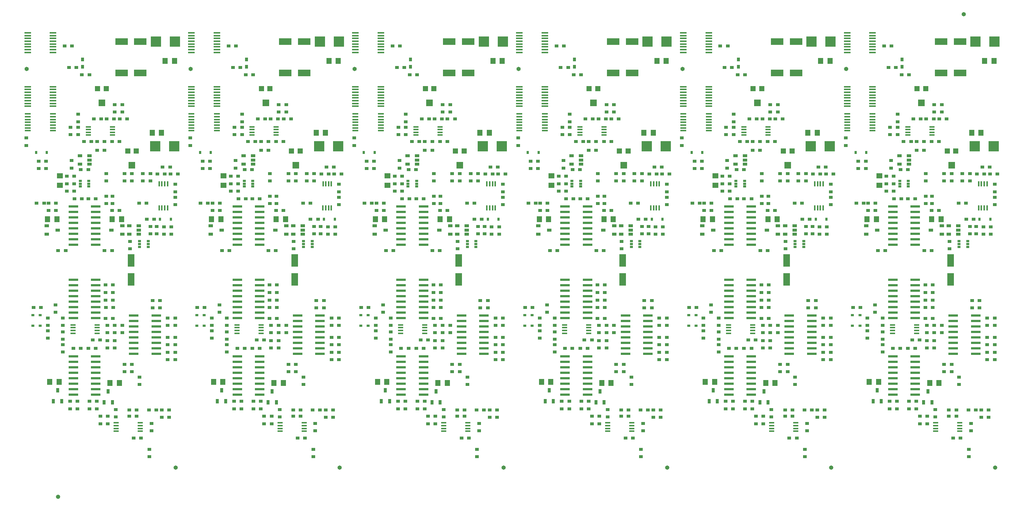
<source format=gbp>
G04 #@! TF.FileFunction,Paste,Bot*
%FSLAX46Y46*%
G04 Gerber Fmt 4.6, Leading zero omitted, Abs format (unit mm)*
G04 Created by KiCad (PCBNEW 4.0.2-stable) date 2019-08-20 11:57:39 AM*
%MOMM*%
G01*
G04 APERTURE LIST*
%ADD10C,0.200000*%
%ADD11R,0.900000X0.800000*%
%ADD12R,0.609600X0.762000*%
%ADD13R,0.400000X1.300480*%
%ADD14R,1.397000X1.143000*%
%ADD15R,1.060000X0.650000*%
%ADD16R,0.800000X0.500000*%
%ADD17R,0.701040X1.000760*%
%ADD18R,1.143000X1.397000*%
%ADD19R,2.199640X0.599440*%
%ADD20R,1.300480X0.400000*%
%ADD21R,1.000760X0.701040*%
%ADD22R,1.600200X2.999740*%
%ADD23R,0.762000X0.609600*%
%ADD24O,1.000000X1.000000*%
%ADD25R,2.397760X2.397760*%
%ADD26R,2.999740X1.600200*%
%ADD27R,1.600000X1.500000*%
%ADD28R,1.200000X1.200000*%
%ADD29R,0.800000X0.900000*%
%ADD30R,1.500000X0.450000*%
%ADD31R,1.450000X0.450000*%
G04 APERTURE END LIST*
D10*
D11*
X219240000Y-94100000D03*
X217540000Y-94100000D03*
X217540000Y-92350000D03*
X219240000Y-92350000D03*
D12*
X216645400Y-90600000D03*
X219134600Y-90600000D03*
D11*
X220140000Y-84200000D03*
X220140000Y-82500000D03*
D13*
X216434600Y-82406000D03*
X217069600Y-82406000D03*
X217730000Y-82406000D03*
X218365000Y-82406000D03*
X218365000Y-87994000D03*
X217717300Y-87994000D03*
X217069600Y-87994000D03*
X216421900Y-87994000D03*
D11*
X226040000Y-86850000D03*
X227740000Y-86850000D03*
X226540000Y-78850000D03*
X228240000Y-78850000D03*
X226540000Y-77100000D03*
X228240000Y-77100000D03*
X219040000Y-80100000D03*
X220740000Y-80100000D03*
X220140000Y-85500000D03*
X220140000Y-87200000D03*
D12*
X225895400Y-75100000D03*
X228384600Y-75100000D03*
D11*
X212640000Y-81700000D03*
X212640000Y-80000000D03*
X211790000Y-86850000D03*
X213490000Y-86850000D03*
X210140000Y-81700000D03*
X210140000Y-80000000D03*
X214390000Y-81700000D03*
X214390000Y-80000000D03*
X216040000Y-80100000D03*
X217740000Y-80100000D03*
X217250000Y-78450000D03*
X218950000Y-78450000D03*
X204140000Y-81700000D03*
X204140000Y-80000000D03*
X208390000Y-81700000D03*
X208390000Y-80000000D03*
X188040000Y-86850000D03*
X189740000Y-86850000D03*
X188540000Y-78850000D03*
X190240000Y-78850000D03*
D12*
X187895400Y-75100000D03*
X190384600Y-75100000D03*
D11*
X188540000Y-77100000D03*
X190240000Y-77100000D03*
D14*
X193390000Y-80520500D03*
X193390000Y-82679500D03*
D11*
X192490000Y-86850000D03*
X190790000Y-86850000D03*
X204140000Y-86950000D03*
X204140000Y-85250000D03*
X205640000Y-86950000D03*
X205640000Y-85250000D03*
X196790000Y-85850000D03*
X198490000Y-85850000D03*
X201740000Y-85850000D03*
X200040000Y-85850000D03*
X195040000Y-80600000D03*
X196740000Y-80600000D03*
X195040000Y-84100000D03*
X196740000Y-84100000D03*
X195040000Y-82350000D03*
X196740000Y-82350000D03*
X196140000Y-78700000D03*
X196140000Y-77000000D03*
D15*
X200240000Y-75900000D03*
X200240000Y-76850000D03*
X200240000Y-77800000D03*
X198040000Y-77800000D03*
X198040000Y-75900000D03*
D11*
X199990000Y-79100000D03*
X198290000Y-79100000D03*
D16*
X200140000Y-81700000D03*
X198140000Y-82350000D03*
X200140000Y-83000000D03*
X200140000Y-82350000D03*
X198140000Y-83000000D03*
X198140000Y-81700000D03*
D17*
X192890000Y-130330000D03*
X191937500Y-132870000D03*
X193842500Y-132870000D03*
D11*
X197490000Y-134600000D03*
X195790000Y-134600000D03*
D18*
X193219500Y-128350000D03*
X191060500Y-128350000D03*
D11*
X195790000Y-132850000D03*
X197490000Y-132850000D03*
X204040000Y-113600000D03*
X205740000Y-113600000D03*
X204390000Y-116950000D03*
X204390000Y-115250000D03*
X207890000Y-115250000D03*
X207890000Y-116950000D03*
X206140000Y-116950000D03*
X206140000Y-115250000D03*
X218390000Y-123200000D03*
X218390000Y-121500000D03*
X220140000Y-123200000D03*
X220140000Y-121500000D03*
X218390000Y-118000000D03*
X218390000Y-119700000D03*
D19*
X215738420Y-112905000D03*
X215738420Y-114175000D03*
X215738420Y-115445000D03*
X215738420Y-116715000D03*
X215738420Y-117985000D03*
X215738420Y-119255000D03*
X215738420Y-120525000D03*
X215738420Y-121795000D03*
X210541580Y-121795000D03*
X210541580Y-120525000D03*
X210541580Y-119255000D03*
X210541580Y-117985000D03*
X210541580Y-116715000D03*
X210541580Y-115445000D03*
X210541580Y-114175000D03*
X210541580Y-112905000D03*
D11*
X220140000Y-113500000D03*
X220140000Y-115200000D03*
X220140000Y-119700000D03*
X220140000Y-118000000D03*
X218390000Y-115200000D03*
X218390000Y-113500000D03*
X196540000Y-120600000D03*
X198240000Y-120600000D03*
D20*
X196446000Y-117055400D03*
X196446000Y-116420400D03*
X196446000Y-115760000D03*
X196446000Y-115125000D03*
X202034000Y-115125000D03*
X202034000Y-115772700D03*
X202034000Y-116420400D03*
X202034000Y-117068100D03*
D11*
X201740000Y-120600000D03*
X200040000Y-120600000D03*
X201040000Y-118600000D03*
X202740000Y-118600000D03*
X194140000Y-115200000D03*
X194140000Y-113500000D03*
X194140000Y-118450000D03*
X194140000Y-116750000D03*
X190640000Y-118200000D03*
X190640000Y-116500000D03*
X194140000Y-121450000D03*
X194140000Y-119750000D03*
X190640000Y-115200000D03*
X190640000Y-113500000D03*
D19*
X201738420Y-122405000D03*
X201738420Y-123675000D03*
X201738420Y-124945000D03*
X201738420Y-126215000D03*
X201738420Y-127485000D03*
X201738420Y-128755000D03*
X201738420Y-130025000D03*
X201738420Y-131295000D03*
X196541580Y-131295000D03*
X196541580Y-130025000D03*
X196541580Y-128755000D03*
X196541580Y-127485000D03*
X196541580Y-126215000D03*
X196541580Y-124945000D03*
X196541580Y-123675000D03*
X196541580Y-122405000D03*
D17*
X204640000Y-130580000D03*
X203687500Y-133120000D03*
X205592500Y-133120000D03*
D11*
X211890000Y-127250000D03*
X211890000Y-128950000D03*
D18*
X205060500Y-128600000D03*
X207219500Y-128600000D03*
D11*
X200290000Y-134600000D03*
X201990000Y-134600000D03*
X201990000Y-132850000D03*
X200290000Y-132850000D03*
X210140000Y-125950000D03*
X210140000Y-124250000D03*
X207240000Y-88600000D03*
X205540000Y-88600000D03*
D21*
X205370000Y-93100000D03*
X207910000Y-94052500D03*
X207910000Y-92147500D03*
D18*
X205560500Y-90600000D03*
X207719500Y-90600000D03*
D11*
X205490000Y-97850000D03*
X203790000Y-97850000D03*
X215890000Y-93950000D03*
X215890000Y-92250000D03*
X214390000Y-92250000D03*
X214390000Y-93950000D03*
X215240000Y-90600000D03*
X213540000Y-90600000D03*
D15*
X211740000Y-92150000D03*
X211740000Y-93100000D03*
X211740000Y-94050000D03*
X209540000Y-94050000D03*
X209540000Y-92150000D03*
D11*
X209640000Y-95750000D03*
X209640000Y-97450000D03*
D16*
X213890000Y-95700000D03*
X211890000Y-96350000D03*
X213890000Y-97000000D03*
X213890000Y-96350000D03*
X211890000Y-97000000D03*
X211890000Y-95700000D03*
D22*
X209890000Y-104549640D03*
X209890000Y-100150360D03*
D11*
X204050000Y-111050000D03*
X205750000Y-111050000D03*
D19*
X196541580Y-113545000D03*
X196541580Y-112275000D03*
X196541580Y-111005000D03*
X196541580Y-109735000D03*
X196541580Y-108465000D03*
X196541580Y-107195000D03*
X196541580Y-105925000D03*
X196541580Y-104655000D03*
X201738420Y-104655000D03*
X201738420Y-105925000D03*
X201738420Y-107195000D03*
X201738420Y-108465000D03*
X201738420Y-109735000D03*
X201738420Y-111005000D03*
X201738420Y-112275000D03*
X201738420Y-113545000D03*
D11*
X204040000Y-109350000D03*
X205740000Y-109350000D03*
X204040000Y-105850000D03*
X205740000Y-105850000D03*
X204040000Y-107600000D03*
X205740000Y-107600000D03*
D18*
X192719500Y-90600000D03*
X190560500Y-90600000D03*
D11*
X190790000Y-88600000D03*
X192490000Y-88600000D03*
D21*
X192910000Y-93100000D03*
X190370000Y-92147500D03*
X190370000Y-94052500D03*
D19*
X201738420Y-87655000D03*
X201738420Y-88925000D03*
X201738420Y-90195000D03*
X201738420Y-91465000D03*
X201738420Y-92735000D03*
X201738420Y-94005000D03*
X201738420Y-95275000D03*
X201738420Y-96545000D03*
X196541580Y-96545000D03*
X196541580Y-95275000D03*
X196541580Y-94005000D03*
X196541580Y-92735000D03*
X196541580Y-91465000D03*
X196541580Y-90195000D03*
X196541580Y-88925000D03*
X196541580Y-87655000D03*
D11*
X194740000Y-97850000D03*
X193040000Y-97850000D03*
D23*
X188890000Y-112855400D03*
X188890000Y-115344600D03*
D11*
X187290000Y-111100000D03*
X188990000Y-111100000D03*
D23*
X187190000Y-115344600D03*
X187190000Y-112855400D03*
D11*
X192390000Y-112200000D03*
X192390000Y-110500000D03*
X225290000Y-111100000D03*
X226990000Y-111100000D03*
D23*
X226890000Y-112855400D03*
X226890000Y-115344600D03*
D11*
X228640000Y-115200000D03*
X228640000Y-113500000D03*
X228640000Y-118200000D03*
X228640000Y-116500000D03*
D23*
X225190000Y-115344600D03*
X225190000Y-112855400D03*
D11*
X211240000Y-136350000D03*
X209540000Y-136350000D03*
X211240000Y-134850000D03*
X209540000Y-134850000D03*
X214640000Y-139700000D03*
X214640000Y-138000000D03*
D20*
X206446000Y-139805400D03*
X206446000Y-139170400D03*
X206446000Y-138510000D03*
X206446000Y-137875000D03*
X212034000Y-137875000D03*
X212034000Y-138522700D03*
X212034000Y-139170400D03*
X212034000Y-139818100D03*
D11*
X214890000Y-111200000D03*
X214890000Y-109500000D03*
X216640000Y-111200000D03*
X216640000Y-109500000D03*
X206140000Y-120450000D03*
X206140000Y-118750000D03*
X204390000Y-118750000D03*
X204390000Y-120450000D03*
X208390000Y-124250000D03*
X208390000Y-125950000D03*
X204490000Y-138100000D03*
X202790000Y-138100000D03*
X204490000Y-136350000D03*
X202790000Y-136350000D03*
X212240000Y-141350000D03*
X210540000Y-141350000D03*
X206390000Y-134750000D03*
X206390000Y-136450000D03*
X214140000Y-145700000D03*
X214140000Y-144000000D03*
X217040000Y-136600000D03*
X218740000Y-136600000D03*
D24*
X220250000Y-148250000D03*
D11*
X218740000Y-134850000D03*
X217040000Y-134850000D03*
X215740000Y-134850000D03*
X214040000Y-134850000D03*
D18*
X255810500Y-53850000D03*
X257969500Y-53850000D03*
X252820500Y-70550000D03*
X254979500Y-70550000D03*
D25*
X253500360Y-73650000D03*
X257899640Y-73650000D03*
D11*
X254040000Y-80100000D03*
X255740000Y-80100000D03*
X257040000Y-80100000D03*
X258740000Y-80100000D03*
D25*
X258089640Y-49350000D03*
X253690360Y-49350000D03*
D11*
X245290000Y-67350000D03*
X246990000Y-67350000D03*
D26*
X245690360Y-56600000D03*
X250089640Y-56600000D03*
D11*
X245890000Y-65700000D03*
X245890000Y-64000000D03*
D26*
X250089640Y-49350000D03*
X245690360Y-49350000D03*
D11*
X240990000Y-67350000D03*
X239290000Y-67350000D03*
D27*
X241140000Y-63550000D03*
D28*
X240140000Y-60300000D03*
X242140000Y-60300000D03*
D11*
X244140000Y-65700000D03*
X244140000Y-64000000D03*
X236540000Y-57100000D03*
X238240000Y-57100000D03*
D29*
X236700000Y-55200000D03*
X236700000Y-53500000D03*
D11*
X235240000Y-55350000D03*
X233540000Y-55350000D03*
X234240000Y-50350000D03*
X232540000Y-50350000D03*
D30*
X229840000Y-47325000D03*
X229840000Y-47975000D03*
X229840000Y-48625000D03*
X229840000Y-49275000D03*
X229840000Y-49925000D03*
X229840000Y-50575000D03*
X229840000Y-51225000D03*
X229840000Y-51875000D03*
X223940000Y-51875000D03*
X223940000Y-51225000D03*
X223940000Y-50575000D03*
X223940000Y-49925000D03*
X223940000Y-49275000D03*
X223940000Y-48625000D03*
X223940000Y-47975000D03*
X223940000Y-47325000D03*
D24*
X223750000Y-55750000D03*
D30*
X229840000Y-59825000D03*
X229840000Y-60475000D03*
X229840000Y-61125000D03*
X229840000Y-61775000D03*
X229840000Y-62425000D03*
X229840000Y-63075000D03*
X229840000Y-63725000D03*
X229840000Y-64375000D03*
X223940000Y-64375000D03*
X223940000Y-63725000D03*
X223940000Y-63075000D03*
X223940000Y-62425000D03*
X223940000Y-61775000D03*
X223940000Y-61125000D03*
X223940000Y-60475000D03*
X223940000Y-59825000D03*
D31*
X229840000Y-66150000D03*
X229840000Y-66800000D03*
X229840000Y-67450000D03*
X229840000Y-68100000D03*
X229840000Y-68750000D03*
X229840000Y-69400000D03*
X229840000Y-70050000D03*
X223940000Y-70050000D03*
X223940000Y-69400000D03*
X223940000Y-68750000D03*
X223940000Y-68100000D03*
X223940000Y-67450000D03*
X223940000Y-66800000D03*
X223940000Y-66150000D03*
D11*
X223640000Y-71750000D03*
X223640000Y-73450000D03*
X233890000Y-70950000D03*
X233890000Y-69250000D03*
X235640000Y-69250000D03*
X235640000Y-70950000D03*
D20*
X243584000Y-69144600D03*
X243584000Y-69779600D03*
X243584000Y-70440000D03*
X243584000Y-71075000D03*
X237996000Y-71075000D03*
X237996000Y-70427300D03*
X237996000Y-69779600D03*
X237996000Y-69131900D03*
D11*
X235640000Y-67950000D03*
X235640000Y-66250000D03*
X243990000Y-67350000D03*
X242290000Y-67350000D03*
X245240000Y-72600000D03*
X243540000Y-72600000D03*
X242050000Y-111050000D03*
X243750000Y-111050000D03*
X242040000Y-105850000D03*
X243740000Y-105850000D03*
X242040000Y-113600000D03*
X243740000Y-113600000D03*
X242040000Y-109350000D03*
X243740000Y-109350000D03*
D22*
X247890000Y-104549640D03*
X247890000Y-100150360D03*
D11*
X242040000Y-107600000D03*
X243740000Y-107600000D03*
X245890000Y-115250000D03*
X245890000Y-116950000D03*
X242390000Y-116950000D03*
X242390000Y-115250000D03*
X242390000Y-118750000D03*
X242390000Y-120450000D03*
X244140000Y-116950000D03*
X244140000Y-115250000D03*
X244140000Y-120450000D03*
X244140000Y-118750000D03*
X233790000Y-132850000D03*
X235490000Y-132850000D03*
D18*
X231219500Y-128350000D03*
X229060500Y-128350000D03*
D17*
X230890000Y-130330000D03*
X229937500Y-132870000D03*
X231842500Y-132870000D03*
D11*
X235490000Y-134600000D03*
X233790000Y-134600000D03*
X239990000Y-132850000D03*
X238290000Y-132850000D03*
X238290000Y-134600000D03*
X239990000Y-134600000D03*
D19*
X239738420Y-122405000D03*
X239738420Y-123675000D03*
X239738420Y-124945000D03*
X239738420Y-126215000D03*
X239738420Y-127485000D03*
X239738420Y-128755000D03*
X239738420Y-130025000D03*
X239738420Y-131295000D03*
X234541580Y-131295000D03*
X234541580Y-130025000D03*
X234541580Y-128755000D03*
X234541580Y-127485000D03*
X234541580Y-126215000D03*
X234541580Y-124945000D03*
X234541580Y-123675000D03*
X234541580Y-122405000D03*
D11*
X230390000Y-112200000D03*
X230390000Y-110500000D03*
D19*
X234541580Y-113545000D03*
X234541580Y-112275000D03*
X234541580Y-111005000D03*
X234541580Y-109735000D03*
X234541580Y-108465000D03*
X234541580Y-107195000D03*
X234541580Y-105925000D03*
X234541580Y-104655000D03*
X239738420Y-104655000D03*
X239738420Y-105925000D03*
X239738420Y-107195000D03*
X239738420Y-108465000D03*
X239738420Y-109735000D03*
X239738420Y-111005000D03*
X239738420Y-112275000D03*
X239738420Y-113545000D03*
D11*
X232140000Y-115200000D03*
X232140000Y-113500000D03*
X232140000Y-118450000D03*
X232140000Y-116750000D03*
X239040000Y-118600000D03*
X240740000Y-118600000D03*
X232140000Y-121450000D03*
X232140000Y-119750000D03*
X239740000Y-120600000D03*
X238040000Y-120600000D03*
D20*
X234446000Y-117055400D03*
X234446000Y-116420400D03*
X234446000Y-115760000D03*
X234446000Y-115125000D03*
X240034000Y-115125000D03*
X240034000Y-115772700D03*
X240034000Y-116420400D03*
X240034000Y-117068100D03*
D11*
X234540000Y-120600000D03*
X236240000Y-120600000D03*
X255250000Y-78450000D03*
X256950000Y-78450000D03*
X252390000Y-81700000D03*
X252390000Y-80000000D03*
X258140000Y-85500000D03*
X258140000Y-87200000D03*
X258140000Y-84200000D03*
X258140000Y-82500000D03*
D13*
X254434600Y-82406000D03*
X255069600Y-82406000D03*
X255730000Y-82406000D03*
X256365000Y-82406000D03*
X256365000Y-87994000D03*
X255717300Y-87994000D03*
X255069600Y-87994000D03*
X254421900Y-87994000D03*
D12*
X254645400Y-90600000D03*
X257134600Y-90600000D03*
D11*
X253240000Y-90600000D03*
X251540000Y-90600000D03*
X257240000Y-94100000D03*
X255540000Y-94100000D03*
X253890000Y-93950000D03*
X253890000Y-92250000D03*
X255540000Y-92350000D03*
X257240000Y-92350000D03*
X252390000Y-92250000D03*
X252390000Y-93950000D03*
X237040000Y-72600000D03*
X238740000Y-72600000D03*
X234140000Y-78700000D03*
X234140000Y-77000000D03*
D15*
X238240000Y-75900000D03*
X238240000Y-76850000D03*
X238240000Y-77800000D03*
X236040000Y-77800000D03*
X236040000Y-75900000D03*
D11*
X240040000Y-72600000D03*
X241740000Y-72600000D03*
X237990000Y-79100000D03*
X236290000Y-79100000D03*
X248140000Y-81700000D03*
X248140000Y-80000000D03*
X246390000Y-81700000D03*
X246390000Y-80000000D03*
X250640000Y-81700000D03*
X250640000Y-80000000D03*
X240040000Y-74600000D03*
X241740000Y-74600000D03*
D27*
X248140000Y-78050000D03*
D28*
X247140000Y-74800000D03*
X249140000Y-74800000D03*
D11*
X233040000Y-84100000D03*
X234740000Y-84100000D03*
X233040000Y-82350000D03*
X234740000Y-82350000D03*
D14*
X231390000Y-80520500D03*
X231390000Y-82679500D03*
D11*
X233040000Y-80600000D03*
X234740000Y-80600000D03*
X249790000Y-86850000D03*
X251490000Y-86850000D03*
D21*
X243370000Y-93100000D03*
X245910000Y-94052500D03*
X245910000Y-92147500D03*
D11*
X245240000Y-88600000D03*
X243540000Y-88600000D03*
D16*
X251890000Y-95700000D03*
X249890000Y-96350000D03*
X251890000Y-97000000D03*
X251890000Y-96350000D03*
X249890000Y-97000000D03*
X249890000Y-95700000D03*
D15*
X249740000Y-92150000D03*
X249740000Y-93100000D03*
X249740000Y-94050000D03*
X247540000Y-94050000D03*
X247540000Y-92150000D03*
D11*
X247640000Y-95750000D03*
X247640000Y-97450000D03*
D18*
X243560500Y-90600000D03*
X245719500Y-90600000D03*
D11*
X243490000Y-97850000D03*
X241790000Y-97850000D03*
X242140000Y-81700000D03*
X242140000Y-80000000D03*
X243640000Y-86950000D03*
X243640000Y-85250000D03*
X242140000Y-86950000D03*
X242140000Y-85250000D03*
X239740000Y-85850000D03*
X238040000Y-85850000D03*
D16*
X238140000Y-81700000D03*
X236140000Y-82350000D03*
X238140000Y-83000000D03*
X238140000Y-82350000D03*
X236140000Y-83000000D03*
X236140000Y-81700000D03*
D11*
X234790000Y-85850000D03*
X236490000Y-85850000D03*
D21*
X230910000Y-93100000D03*
X228370000Y-92147500D03*
X228370000Y-94052500D03*
D19*
X239738420Y-87655000D03*
X239738420Y-88925000D03*
X239738420Y-90195000D03*
X239738420Y-91465000D03*
X239738420Y-92735000D03*
X239738420Y-94005000D03*
X239738420Y-95275000D03*
X239738420Y-96545000D03*
X234541580Y-96545000D03*
X234541580Y-95275000D03*
X234541580Y-94005000D03*
X234541580Y-92735000D03*
X234541580Y-91465000D03*
X234541580Y-90195000D03*
X234541580Y-88925000D03*
X234541580Y-87655000D03*
D18*
X230719500Y-90600000D03*
X228560500Y-90600000D03*
D11*
X228790000Y-88600000D03*
X230490000Y-88600000D03*
X230490000Y-86850000D03*
X228790000Y-86850000D03*
X232740000Y-97850000D03*
X231040000Y-97850000D03*
X254640000Y-111200000D03*
X254640000Y-109500000D03*
D19*
X253738420Y-112905000D03*
X253738420Y-114175000D03*
X253738420Y-115445000D03*
X253738420Y-116715000D03*
X253738420Y-117985000D03*
X253738420Y-119255000D03*
X253738420Y-120525000D03*
X253738420Y-121795000D03*
X248541580Y-121795000D03*
X248541580Y-120525000D03*
X248541580Y-119255000D03*
X248541580Y-117985000D03*
X248541580Y-116715000D03*
X248541580Y-115445000D03*
X248541580Y-114175000D03*
X248541580Y-112905000D03*
D11*
X256390000Y-115200000D03*
X256390000Y-113500000D03*
X248140000Y-125950000D03*
X248140000Y-124250000D03*
X246390000Y-124250000D03*
X246390000Y-125950000D03*
X252890000Y-111200000D03*
X252890000Y-109500000D03*
X258140000Y-113500000D03*
X258140000Y-115200000D03*
X244390000Y-134750000D03*
X244390000Y-136450000D03*
X242490000Y-136350000D03*
X240790000Y-136350000D03*
D18*
X243060500Y-128600000D03*
X245219500Y-128600000D03*
D17*
X242640000Y-130580000D03*
X241687500Y-133120000D03*
X243592500Y-133120000D03*
D11*
X258140000Y-123200000D03*
X258140000Y-121500000D03*
X256390000Y-118000000D03*
X256390000Y-119700000D03*
X258140000Y-119700000D03*
X258140000Y-118000000D03*
X256390000Y-123200000D03*
X256390000Y-121500000D03*
X249890000Y-127250000D03*
X249890000Y-128950000D03*
X242490000Y-138100000D03*
X240790000Y-138100000D03*
X252640000Y-139700000D03*
X252640000Y-138000000D03*
D24*
X258250000Y-148250000D03*
D11*
X252140000Y-145700000D03*
X252140000Y-144000000D03*
D20*
X244446000Y-139805400D03*
X244446000Y-139170400D03*
X244446000Y-138510000D03*
X244446000Y-137875000D03*
X250034000Y-137875000D03*
X250034000Y-138522700D03*
X250034000Y-139170400D03*
X250034000Y-139818100D03*
D11*
X250240000Y-141350000D03*
X248540000Y-141350000D03*
X249240000Y-136350000D03*
X247540000Y-136350000D03*
X249240000Y-134850000D03*
X247540000Y-134850000D03*
X253740000Y-134850000D03*
X252040000Y-134850000D03*
X256740000Y-134850000D03*
X255040000Y-134850000D03*
X255040000Y-136600000D03*
X256740000Y-136600000D03*
D25*
X220089640Y-49350000D03*
X215690360Y-49350000D03*
D11*
X207890000Y-65700000D03*
X207890000Y-64000000D03*
D26*
X207690360Y-56600000D03*
X212089640Y-56600000D03*
D11*
X207290000Y-67350000D03*
X208990000Y-67350000D03*
D26*
X212089640Y-49350000D03*
X207690360Y-49350000D03*
D18*
X217810500Y-53850000D03*
X219969500Y-53850000D03*
D25*
X215500360Y-73650000D03*
X219899640Y-73650000D03*
D18*
X214820500Y-70550000D03*
X216979500Y-70550000D03*
D27*
X210140000Y-78050000D03*
D28*
X209140000Y-74800000D03*
X211140000Y-74800000D03*
D11*
X207240000Y-72600000D03*
X205540000Y-72600000D03*
X202040000Y-74600000D03*
X203740000Y-74600000D03*
X199040000Y-72600000D03*
X200740000Y-72600000D03*
X202040000Y-72600000D03*
X203740000Y-72600000D03*
D29*
X198700000Y-55200000D03*
X198700000Y-53500000D03*
D24*
X185750000Y-55750000D03*
D30*
X191840000Y-47325000D03*
X191840000Y-47975000D03*
X191840000Y-48625000D03*
X191840000Y-49275000D03*
X191840000Y-49925000D03*
X191840000Y-50575000D03*
X191840000Y-51225000D03*
X191840000Y-51875000D03*
X185940000Y-51875000D03*
X185940000Y-51225000D03*
X185940000Y-50575000D03*
X185940000Y-49925000D03*
X185940000Y-49275000D03*
X185940000Y-48625000D03*
X185940000Y-47975000D03*
X185940000Y-47325000D03*
D11*
X196240000Y-50350000D03*
X194540000Y-50350000D03*
X197240000Y-55350000D03*
X195540000Y-55350000D03*
D30*
X191840000Y-59825000D03*
X191840000Y-60475000D03*
X191840000Y-61125000D03*
X191840000Y-61775000D03*
X191840000Y-62425000D03*
X191840000Y-63075000D03*
X191840000Y-63725000D03*
X191840000Y-64375000D03*
X185940000Y-64375000D03*
X185940000Y-63725000D03*
X185940000Y-63075000D03*
X185940000Y-62425000D03*
X185940000Y-61775000D03*
X185940000Y-61125000D03*
X185940000Y-60475000D03*
X185940000Y-59825000D03*
D31*
X191840000Y-66150000D03*
X191840000Y-66800000D03*
X191840000Y-67450000D03*
X191840000Y-68100000D03*
X191840000Y-68750000D03*
X191840000Y-69400000D03*
X191840000Y-70050000D03*
X185940000Y-70050000D03*
X185940000Y-69400000D03*
X185940000Y-68750000D03*
X185940000Y-68100000D03*
X185940000Y-67450000D03*
X185940000Y-66800000D03*
X185940000Y-66150000D03*
D11*
X197640000Y-67950000D03*
X197640000Y-66250000D03*
X195890000Y-70950000D03*
X195890000Y-69250000D03*
X185640000Y-71750000D03*
X185640000Y-73450000D03*
X197640000Y-69250000D03*
X197640000Y-70950000D03*
X198540000Y-57100000D03*
X200240000Y-57100000D03*
X206140000Y-65700000D03*
X206140000Y-64000000D03*
D27*
X203140000Y-63550000D03*
D28*
X202140000Y-60300000D03*
X204140000Y-60300000D03*
D11*
X205990000Y-67350000D03*
X204290000Y-67350000D03*
D20*
X205584000Y-69144600D03*
X205584000Y-69779600D03*
X205584000Y-70440000D03*
X205584000Y-71075000D03*
X199996000Y-71075000D03*
X199996000Y-70427300D03*
X199996000Y-69779600D03*
X199996000Y-69131900D03*
D11*
X202990000Y-67350000D03*
X201290000Y-67350000D03*
X143240000Y-94100000D03*
X141540000Y-94100000D03*
X141540000Y-92350000D03*
X143240000Y-92350000D03*
D12*
X140645400Y-90600000D03*
X143134600Y-90600000D03*
D11*
X144140000Y-84200000D03*
X144140000Y-82500000D03*
D13*
X140434600Y-82406000D03*
X141069600Y-82406000D03*
X141730000Y-82406000D03*
X142365000Y-82406000D03*
X142365000Y-87994000D03*
X141717300Y-87994000D03*
X141069600Y-87994000D03*
X140421900Y-87994000D03*
D11*
X150040000Y-86850000D03*
X151740000Y-86850000D03*
X150540000Y-78850000D03*
X152240000Y-78850000D03*
X150540000Y-77100000D03*
X152240000Y-77100000D03*
X143040000Y-80100000D03*
X144740000Y-80100000D03*
X144140000Y-85500000D03*
X144140000Y-87200000D03*
D12*
X149895400Y-75100000D03*
X152384600Y-75100000D03*
D11*
X136640000Y-81700000D03*
X136640000Y-80000000D03*
X135790000Y-86850000D03*
X137490000Y-86850000D03*
X134140000Y-81700000D03*
X134140000Y-80000000D03*
X138390000Y-81700000D03*
X138390000Y-80000000D03*
X140040000Y-80100000D03*
X141740000Y-80100000D03*
X141250000Y-78450000D03*
X142950000Y-78450000D03*
X128140000Y-81700000D03*
X128140000Y-80000000D03*
X132390000Y-81700000D03*
X132390000Y-80000000D03*
X112040000Y-86850000D03*
X113740000Y-86850000D03*
X112540000Y-78850000D03*
X114240000Y-78850000D03*
D12*
X111895400Y-75100000D03*
X114384600Y-75100000D03*
D11*
X112540000Y-77100000D03*
X114240000Y-77100000D03*
D14*
X117390000Y-80520500D03*
X117390000Y-82679500D03*
D11*
X116490000Y-86850000D03*
X114790000Y-86850000D03*
X128140000Y-86950000D03*
X128140000Y-85250000D03*
X129640000Y-86950000D03*
X129640000Y-85250000D03*
X120790000Y-85850000D03*
X122490000Y-85850000D03*
X125740000Y-85850000D03*
X124040000Y-85850000D03*
X119040000Y-80600000D03*
X120740000Y-80600000D03*
X119040000Y-84100000D03*
X120740000Y-84100000D03*
X119040000Y-82350000D03*
X120740000Y-82350000D03*
X120140000Y-78700000D03*
X120140000Y-77000000D03*
D15*
X124240000Y-75900000D03*
X124240000Y-76850000D03*
X124240000Y-77800000D03*
X122040000Y-77800000D03*
X122040000Y-75900000D03*
D11*
X123990000Y-79100000D03*
X122290000Y-79100000D03*
D16*
X124140000Y-81700000D03*
X122140000Y-82350000D03*
X124140000Y-83000000D03*
X124140000Y-82350000D03*
X122140000Y-83000000D03*
X122140000Y-81700000D03*
D17*
X116890000Y-130330000D03*
X115937500Y-132870000D03*
X117842500Y-132870000D03*
D11*
X121490000Y-134600000D03*
X119790000Y-134600000D03*
D18*
X117219500Y-128350000D03*
X115060500Y-128350000D03*
D11*
X119790000Y-132850000D03*
X121490000Y-132850000D03*
X128040000Y-113600000D03*
X129740000Y-113600000D03*
X128390000Y-116950000D03*
X128390000Y-115250000D03*
X131890000Y-115250000D03*
X131890000Y-116950000D03*
X130140000Y-116950000D03*
X130140000Y-115250000D03*
X142390000Y-123200000D03*
X142390000Y-121500000D03*
X144140000Y-123200000D03*
X144140000Y-121500000D03*
X142390000Y-118000000D03*
X142390000Y-119700000D03*
D19*
X139738420Y-112905000D03*
X139738420Y-114175000D03*
X139738420Y-115445000D03*
X139738420Y-116715000D03*
X139738420Y-117985000D03*
X139738420Y-119255000D03*
X139738420Y-120525000D03*
X139738420Y-121795000D03*
X134541580Y-121795000D03*
X134541580Y-120525000D03*
X134541580Y-119255000D03*
X134541580Y-117985000D03*
X134541580Y-116715000D03*
X134541580Y-115445000D03*
X134541580Y-114175000D03*
X134541580Y-112905000D03*
D11*
X144140000Y-113500000D03*
X144140000Y-115200000D03*
X144140000Y-119700000D03*
X144140000Y-118000000D03*
X142390000Y-115200000D03*
X142390000Y-113500000D03*
X120540000Y-120600000D03*
X122240000Y-120600000D03*
D20*
X120446000Y-117055400D03*
X120446000Y-116420400D03*
X120446000Y-115760000D03*
X120446000Y-115125000D03*
X126034000Y-115125000D03*
X126034000Y-115772700D03*
X126034000Y-116420400D03*
X126034000Y-117068100D03*
D11*
X125740000Y-120600000D03*
X124040000Y-120600000D03*
X125040000Y-118600000D03*
X126740000Y-118600000D03*
X118140000Y-115200000D03*
X118140000Y-113500000D03*
X118140000Y-118450000D03*
X118140000Y-116750000D03*
X114640000Y-118200000D03*
X114640000Y-116500000D03*
X118140000Y-121450000D03*
X118140000Y-119750000D03*
X114640000Y-115200000D03*
X114640000Y-113500000D03*
D19*
X125738420Y-122405000D03*
X125738420Y-123675000D03*
X125738420Y-124945000D03*
X125738420Y-126215000D03*
X125738420Y-127485000D03*
X125738420Y-128755000D03*
X125738420Y-130025000D03*
X125738420Y-131295000D03*
X120541580Y-131295000D03*
X120541580Y-130025000D03*
X120541580Y-128755000D03*
X120541580Y-127485000D03*
X120541580Y-126215000D03*
X120541580Y-124945000D03*
X120541580Y-123675000D03*
X120541580Y-122405000D03*
D17*
X128640000Y-130580000D03*
X127687500Y-133120000D03*
X129592500Y-133120000D03*
D11*
X135890000Y-127250000D03*
X135890000Y-128950000D03*
D18*
X129060500Y-128600000D03*
X131219500Y-128600000D03*
D11*
X124290000Y-134600000D03*
X125990000Y-134600000D03*
X125990000Y-132850000D03*
X124290000Y-132850000D03*
X134140000Y-125950000D03*
X134140000Y-124250000D03*
X131240000Y-88600000D03*
X129540000Y-88600000D03*
D21*
X129370000Y-93100000D03*
X131910000Y-94052500D03*
X131910000Y-92147500D03*
D18*
X129560500Y-90600000D03*
X131719500Y-90600000D03*
D11*
X129490000Y-97850000D03*
X127790000Y-97850000D03*
X139890000Y-93950000D03*
X139890000Y-92250000D03*
X138390000Y-92250000D03*
X138390000Y-93950000D03*
X139240000Y-90600000D03*
X137540000Y-90600000D03*
D15*
X135740000Y-92150000D03*
X135740000Y-93100000D03*
X135740000Y-94050000D03*
X133540000Y-94050000D03*
X133540000Y-92150000D03*
D11*
X133640000Y-95750000D03*
X133640000Y-97450000D03*
D16*
X137890000Y-95700000D03*
X135890000Y-96350000D03*
X137890000Y-97000000D03*
X137890000Y-96350000D03*
X135890000Y-97000000D03*
X135890000Y-95700000D03*
D22*
X133890000Y-104549640D03*
X133890000Y-100150360D03*
D11*
X128050000Y-111050000D03*
X129750000Y-111050000D03*
D19*
X120541580Y-113545000D03*
X120541580Y-112275000D03*
X120541580Y-111005000D03*
X120541580Y-109735000D03*
X120541580Y-108465000D03*
X120541580Y-107195000D03*
X120541580Y-105925000D03*
X120541580Y-104655000D03*
X125738420Y-104655000D03*
X125738420Y-105925000D03*
X125738420Y-107195000D03*
X125738420Y-108465000D03*
X125738420Y-109735000D03*
X125738420Y-111005000D03*
X125738420Y-112275000D03*
X125738420Y-113545000D03*
D11*
X128040000Y-109350000D03*
X129740000Y-109350000D03*
X128040000Y-105850000D03*
X129740000Y-105850000D03*
X128040000Y-107600000D03*
X129740000Y-107600000D03*
D18*
X116719500Y-90600000D03*
X114560500Y-90600000D03*
D11*
X114790000Y-88600000D03*
X116490000Y-88600000D03*
D21*
X116910000Y-93100000D03*
X114370000Y-92147500D03*
X114370000Y-94052500D03*
D19*
X125738420Y-87655000D03*
X125738420Y-88925000D03*
X125738420Y-90195000D03*
X125738420Y-91465000D03*
X125738420Y-92735000D03*
X125738420Y-94005000D03*
X125738420Y-95275000D03*
X125738420Y-96545000D03*
X120541580Y-96545000D03*
X120541580Y-95275000D03*
X120541580Y-94005000D03*
X120541580Y-92735000D03*
X120541580Y-91465000D03*
X120541580Y-90195000D03*
X120541580Y-88925000D03*
X120541580Y-87655000D03*
D11*
X118740000Y-97850000D03*
X117040000Y-97850000D03*
D23*
X112890000Y-112855400D03*
X112890000Y-115344600D03*
D11*
X111290000Y-111100000D03*
X112990000Y-111100000D03*
D23*
X111190000Y-115344600D03*
X111190000Y-112855400D03*
D11*
X116390000Y-112200000D03*
X116390000Y-110500000D03*
X149290000Y-111100000D03*
X150990000Y-111100000D03*
D23*
X150890000Y-112855400D03*
X150890000Y-115344600D03*
D11*
X152640000Y-115200000D03*
X152640000Y-113500000D03*
X152640000Y-118200000D03*
X152640000Y-116500000D03*
D23*
X149190000Y-115344600D03*
X149190000Y-112855400D03*
D11*
X135240000Y-136350000D03*
X133540000Y-136350000D03*
X135240000Y-134850000D03*
X133540000Y-134850000D03*
X138640000Y-139700000D03*
X138640000Y-138000000D03*
D20*
X130446000Y-139805400D03*
X130446000Y-139170400D03*
X130446000Y-138510000D03*
X130446000Y-137875000D03*
X136034000Y-137875000D03*
X136034000Y-138522700D03*
X136034000Y-139170400D03*
X136034000Y-139818100D03*
D11*
X138890000Y-111200000D03*
X138890000Y-109500000D03*
X140640000Y-111200000D03*
X140640000Y-109500000D03*
X130140000Y-120450000D03*
X130140000Y-118750000D03*
X128390000Y-118750000D03*
X128390000Y-120450000D03*
X132390000Y-124250000D03*
X132390000Y-125950000D03*
X128490000Y-138100000D03*
X126790000Y-138100000D03*
X128490000Y-136350000D03*
X126790000Y-136350000D03*
X136240000Y-141350000D03*
X134540000Y-141350000D03*
X130390000Y-134750000D03*
X130390000Y-136450000D03*
X138140000Y-145700000D03*
X138140000Y-144000000D03*
X141040000Y-136600000D03*
X142740000Y-136600000D03*
D24*
X144250000Y-148250000D03*
D11*
X142740000Y-134850000D03*
X141040000Y-134850000D03*
X139740000Y-134850000D03*
X138040000Y-134850000D03*
D18*
X179810500Y-53850000D03*
X181969500Y-53850000D03*
X176820500Y-70550000D03*
X178979500Y-70550000D03*
D25*
X177500360Y-73650000D03*
X181899640Y-73650000D03*
D11*
X178040000Y-80100000D03*
X179740000Y-80100000D03*
X181040000Y-80100000D03*
X182740000Y-80100000D03*
D25*
X182089640Y-49350000D03*
X177690360Y-49350000D03*
D11*
X169290000Y-67350000D03*
X170990000Y-67350000D03*
D26*
X169690360Y-56600000D03*
X174089640Y-56600000D03*
D11*
X169890000Y-65700000D03*
X169890000Y-64000000D03*
D26*
X174089640Y-49350000D03*
X169690360Y-49350000D03*
D11*
X164990000Y-67350000D03*
X163290000Y-67350000D03*
D27*
X165140000Y-63550000D03*
D28*
X164140000Y-60300000D03*
X166140000Y-60300000D03*
D11*
X168140000Y-65700000D03*
X168140000Y-64000000D03*
X160540000Y-57100000D03*
X162240000Y-57100000D03*
D29*
X160700000Y-55200000D03*
X160700000Y-53500000D03*
D11*
X159240000Y-55350000D03*
X157540000Y-55350000D03*
X158240000Y-50350000D03*
X156540000Y-50350000D03*
D30*
X153840000Y-47325000D03*
X153840000Y-47975000D03*
X153840000Y-48625000D03*
X153840000Y-49275000D03*
X153840000Y-49925000D03*
X153840000Y-50575000D03*
X153840000Y-51225000D03*
X153840000Y-51875000D03*
X147940000Y-51875000D03*
X147940000Y-51225000D03*
X147940000Y-50575000D03*
X147940000Y-49925000D03*
X147940000Y-49275000D03*
X147940000Y-48625000D03*
X147940000Y-47975000D03*
X147940000Y-47325000D03*
D24*
X147750000Y-55750000D03*
D30*
X153840000Y-59825000D03*
X153840000Y-60475000D03*
X153840000Y-61125000D03*
X153840000Y-61775000D03*
X153840000Y-62425000D03*
X153840000Y-63075000D03*
X153840000Y-63725000D03*
X153840000Y-64375000D03*
X147940000Y-64375000D03*
X147940000Y-63725000D03*
X147940000Y-63075000D03*
X147940000Y-62425000D03*
X147940000Y-61775000D03*
X147940000Y-61125000D03*
X147940000Y-60475000D03*
X147940000Y-59825000D03*
D31*
X153840000Y-66150000D03*
X153840000Y-66800000D03*
X153840000Y-67450000D03*
X153840000Y-68100000D03*
X153840000Y-68750000D03*
X153840000Y-69400000D03*
X153840000Y-70050000D03*
X147940000Y-70050000D03*
X147940000Y-69400000D03*
X147940000Y-68750000D03*
X147940000Y-68100000D03*
X147940000Y-67450000D03*
X147940000Y-66800000D03*
X147940000Y-66150000D03*
D11*
X147640000Y-71750000D03*
X147640000Y-73450000D03*
X157890000Y-70950000D03*
X157890000Y-69250000D03*
X159640000Y-69250000D03*
X159640000Y-70950000D03*
D20*
X167584000Y-69144600D03*
X167584000Y-69779600D03*
X167584000Y-70440000D03*
X167584000Y-71075000D03*
X161996000Y-71075000D03*
X161996000Y-70427300D03*
X161996000Y-69779600D03*
X161996000Y-69131900D03*
D11*
X159640000Y-67950000D03*
X159640000Y-66250000D03*
X167990000Y-67350000D03*
X166290000Y-67350000D03*
X169240000Y-72600000D03*
X167540000Y-72600000D03*
X166050000Y-111050000D03*
X167750000Y-111050000D03*
X166040000Y-105850000D03*
X167740000Y-105850000D03*
X166040000Y-113600000D03*
X167740000Y-113600000D03*
X166040000Y-109350000D03*
X167740000Y-109350000D03*
D22*
X171890000Y-104549640D03*
X171890000Y-100150360D03*
D11*
X166040000Y-107600000D03*
X167740000Y-107600000D03*
X169890000Y-115250000D03*
X169890000Y-116950000D03*
X166390000Y-116950000D03*
X166390000Y-115250000D03*
X166390000Y-118750000D03*
X166390000Y-120450000D03*
X168140000Y-116950000D03*
X168140000Y-115250000D03*
X168140000Y-120450000D03*
X168140000Y-118750000D03*
X157790000Y-132850000D03*
X159490000Y-132850000D03*
D18*
X155219500Y-128350000D03*
X153060500Y-128350000D03*
D17*
X154890000Y-130330000D03*
X153937500Y-132870000D03*
X155842500Y-132870000D03*
D11*
X159490000Y-134600000D03*
X157790000Y-134600000D03*
X163990000Y-132850000D03*
X162290000Y-132850000D03*
X162290000Y-134600000D03*
X163990000Y-134600000D03*
D19*
X163738420Y-122405000D03*
X163738420Y-123675000D03*
X163738420Y-124945000D03*
X163738420Y-126215000D03*
X163738420Y-127485000D03*
X163738420Y-128755000D03*
X163738420Y-130025000D03*
X163738420Y-131295000D03*
X158541580Y-131295000D03*
X158541580Y-130025000D03*
X158541580Y-128755000D03*
X158541580Y-127485000D03*
X158541580Y-126215000D03*
X158541580Y-124945000D03*
X158541580Y-123675000D03*
X158541580Y-122405000D03*
D11*
X154390000Y-112200000D03*
X154390000Y-110500000D03*
D19*
X158541580Y-113545000D03*
X158541580Y-112275000D03*
X158541580Y-111005000D03*
X158541580Y-109735000D03*
X158541580Y-108465000D03*
X158541580Y-107195000D03*
X158541580Y-105925000D03*
X158541580Y-104655000D03*
X163738420Y-104655000D03*
X163738420Y-105925000D03*
X163738420Y-107195000D03*
X163738420Y-108465000D03*
X163738420Y-109735000D03*
X163738420Y-111005000D03*
X163738420Y-112275000D03*
X163738420Y-113545000D03*
D11*
X156140000Y-115200000D03*
X156140000Y-113500000D03*
X156140000Y-118450000D03*
X156140000Y-116750000D03*
X163040000Y-118600000D03*
X164740000Y-118600000D03*
X156140000Y-121450000D03*
X156140000Y-119750000D03*
X163740000Y-120600000D03*
X162040000Y-120600000D03*
D20*
X158446000Y-117055400D03*
X158446000Y-116420400D03*
X158446000Y-115760000D03*
X158446000Y-115125000D03*
X164034000Y-115125000D03*
X164034000Y-115772700D03*
X164034000Y-116420400D03*
X164034000Y-117068100D03*
D11*
X158540000Y-120600000D03*
X160240000Y-120600000D03*
X179250000Y-78450000D03*
X180950000Y-78450000D03*
X176390000Y-81700000D03*
X176390000Y-80000000D03*
X182140000Y-85500000D03*
X182140000Y-87200000D03*
X182140000Y-84200000D03*
X182140000Y-82500000D03*
D13*
X178434600Y-82406000D03*
X179069600Y-82406000D03*
X179730000Y-82406000D03*
X180365000Y-82406000D03*
X180365000Y-87994000D03*
X179717300Y-87994000D03*
X179069600Y-87994000D03*
X178421900Y-87994000D03*
D12*
X178645400Y-90600000D03*
X181134600Y-90600000D03*
D11*
X177240000Y-90600000D03*
X175540000Y-90600000D03*
X181240000Y-94100000D03*
X179540000Y-94100000D03*
X177890000Y-93950000D03*
X177890000Y-92250000D03*
X179540000Y-92350000D03*
X181240000Y-92350000D03*
X176390000Y-92250000D03*
X176390000Y-93950000D03*
X161040000Y-72600000D03*
X162740000Y-72600000D03*
X158140000Y-78700000D03*
X158140000Y-77000000D03*
D15*
X162240000Y-75900000D03*
X162240000Y-76850000D03*
X162240000Y-77800000D03*
X160040000Y-77800000D03*
X160040000Y-75900000D03*
D11*
X164040000Y-72600000D03*
X165740000Y-72600000D03*
X161990000Y-79100000D03*
X160290000Y-79100000D03*
X172140000Y-81700000D03*
X172140000Y-80000000D03*
X170390000Y-81700000D03*
X170390000Y-80000000D03*
X174640000Y-81700000D03*
X174640000Y-80000000D03*
X164040000Y-74600000D03*
X165740000Y-74600000D03*
D27*
X172140000Y-78050000D03*
D28*
X171140000Y-74800000D03*
X173140000Y-74800000D03*
D11*
X157040000Y-84100000D03*
X158740000Y-84100000D03*
X157040000Y-82350000D03*
X158740000Y-82350000D03*
D14*
X155390000Y-80520500D03*
X155390000Y-82679500D03*
D11*
X157040000Y-80600000D03*
X158740000Y-80600000D03*
X173790000Y-86850000D03*
X175490000Y-86850000D03*
D21*
X167370000Y-93100000D03*
X169910000Y-94052500D03*
X169910000Y-92147500D03*
D11*
X169240000Y-88600000D03*
X167540000Y-88600000D03*
D16*
X175890000Y-95700000D03*
X173890000Y-96350000D03*
X175890000Y-97000000D03*
X175890000Y-96350000D03*
X173890000Y-97000000D03*
X173890000Y-95700000D03*
D15*
X173740000Y-92150000D03*
X173740000Y-93100000D03*
X173740000Y-94050000D03*
X171540000Y-94050000D03*
X171540000Y-92150000D03*
D11*
X171640000Y-95750000D03*
X171640000Y-97450000D03*
D18*
X167560500Y-90600000D03*
X169719500Y-90600000D03*
D11*
X167490000Y-97850000D03*
X165790000Y-97850000D03*
X166140000Y-81700000D03*
X166140000Y-80000000D03*
X167640000Y-86950000D03*
X167640000Y-85250000D03*
X166140000Y-86950000D03*
X166140000Y-85250000D03*
X163740000Y-85850000D03*
X162040000Y-85850000D03*
D16*
X162140000Y-81700000D03*
X160140000Y-82350000D03*
X162140000Y-83000000D03*
X162140000Y-82350000D03*
X160140000Y-83000000D03*
X160140000Y-81700000D03*
D11*
X158790000Y-85850000D03*
X160490000Y-85850000D03*
D21*
X154910000Y-93100000D03*
X152370000Y-92147500D03*
X152370000Y-94052500D03*
D19*
X163738420Y-87655000D03*
X163738420Y-88925000D03*
X163738420Y-90195000D03*
X163738420Y-91465000D03*
X163738420Y-92735000D03*
X163738420Y-94005000D03*
X163738420Y-95275000D03*
X163738420Y-96545000D03*
X158541580Y-96545000D03*
X158541580Y-95275000D03*
X158541580Y-94005000D03*
X158541580Y-92735000D03*
X158541580Y-91465000D03*
X158541580Y-90195000D03*
X158541580Y-88925000D03*
X158541580Y-87655000D03*
D18*
X154719500Y-90600000D03*
X152560500Y-90600000D03*
D11*
X152790000Y-88600000D03*
X154490000Y-88600000D03*
X154490000Y-86850000D03*
X152790000Y-86850000D03*
X156740000Y-97850000D03*
X155040000Y-97850000D03*
X178640000Y-111200000D03*
X178640000Y-109500000D03*
D19*
X177738420Y-112905000D03*
X177738420Y-114175000D03*
X177738420Y-115445000D03*
X177738420Y-116715000D03*
X177738420Y-117985000D03*
X177738420Y-119255000D03*
X177738420Y-120525000D03*
X177738420Y-121795000D03*
X172541580Y-121795000D03*
X172541580Y-120525000D03*
X172541580Y-119255000D03*
X172541580Y-117985000D03*
X172541580Y-116715000D03*
X172541580Y-115445000D03*
X172541580Y-114175000D03*
X172541580Y-112905000D03*
D11*
X180390000Y-115200000D03*
X180390000Y-113500000D03*
X172140000Y-125950000D03*
X172140000Y-124250000D03*
X170390000Y-124250000D03*
X170390000Y-125950000D03*
X176890000Y-111200000D03*
X176890000Y-109500000D03*
X182140000Y-113500000D03*
X182140000Y-115200000D03*
X168390000Y-134750000D03*
X168390000Y-136450000D03*
X166490000Y-136350000D03*
X164790000Y-136350000D03*
D18*
X167060500Y-128600000D03*
X169219500Y-128600000D03*
D17*
X166640000Y-130580000D03*
X165687500Y-133120000D03*
X167592500Y-133120000D03*
D11*
X182140000Y-123200000D03*
X182140000Y-121500000D03*
X180390000Y-118000000D03*
X180390000Y-119700000D03*
X182140000Y-119700000D03*
X182140000Y-118000000D03*
X180390000Y-123200000D03*
X180390000Y-121500000D03*
X173890000Y-127250000D03*
X173890000Y-128950000D03*
X166490000Y-138100000D03*
X164790000Y-138100000D03*
X176640000Y-139700000D03*
X176640000Y-138000000D03*
D24*
X182250000Y-148250000D03*
D11*
X176140000Y-145700000D03*
X176140000Y-144000000D03*
D20*
X168446000Y-139805400D03*
X168446000Y-139170400D03*
X168446000Y-138510000D03*
X168446000Y-137875000D03*
X174034000Y-137875000D03*
X174034000Y-138522700D03*
X174034000Y-139170400D03*
X174034000Y-139818100D03*
D11*
X174240000Y-141350000D03*
X172540000Y-141350000D03*
X173240000Y-136350000D03*
X171540000Y-136350000D03*
X173240000Y-134850000D03*
X171540000Y-134850000D03*
X177740000Y-134850000D03*
X176040000Y-134850000D03*
X180740000Y-134850000D03*
X179040000Y-134850000D03*
X179040000Y-136600000D03*
X180740000Y-136600000D03*
D25*
X144089640Y-49350000D03*
X139690360Y-49350000D03*
D11*
X131890000Y-65700000D03*
X131890000Y-64000000D03*
D26*
X131690360Y-56600000D03*
X136089640Y-56600000D03*
D11*
X131290000Y-67350000D03*
X132990000Y-67350000D03*
D26*
X136089640Y-49350000D03*
X131690360Y-49350000D03*
D18*
X141810500Y-53850000D03*
X143969500Y-53850000D03*
D25*
X139500360Y-73650000D03*
X143899640Y-73650000D03*
D18*
X138820500Y-70550000D03*
X140979500Y-70550000D03*
D27*
X134140000Y-78050000D03*
D28*
X133140000Y-74800000D03*
X135140000Y-74800000D03*
D11*
X131240000Y-72600000D03*
X129540000Y-72600000D03*
X126040000Y-74600000D03*
X127740000Y-74600000D03*
X123040000Y-72600000D03*
X124740000Y-72600000D03*
X126040000Y-72600000D03*
X127740000Y-72600000D03*
D29*
X122700000Y-55200000D03*
X122700000Y-53500000D03*
D24*
X109750000Y-55750000D03*
D30*
X115840000Y-47325000D03*
X115840000Y-47975000D03*
X115840000Y-48625000D03*
X115840000Y-49275000D03*
X115840000Y-49925000D03*
X115840000Y-50575000D03*
X115840000Y-51225000D03*
X115840000Y-51875000D03*
X109940000Y-51875000D03*
X109940000Y-51225000D03*
X109940000Y-50575000D03*
X109940000Y-49925000D03*
X109940000Y-49275000D03*
X109940000Y-48625000D03*
X109940000Y-47975000D03*
X109940000Y-47325000D03*
D11*
X120240000Y-50350000D03*
X118540000Y-50350000D03*
X121240000Y-55350000D03*
X119540000Y-55350000D03*
D30*
X115840000Y-59825000D03*
X115840000Y-60475000D03*
X115840000Y-61125000D03*
X115840000Y-61775000D03*
X115840000Y-62425000D03*
X115840000Y-63075000D03*
X115840000Y-63725000D03*
X115840000Y-64375000D03*
X109940000Y-64375000D03*
X109940000Y-63725000D03*
X109940000Y-63075000D03*
X109940000Y-62425000D03*
X109940000Y-61775000D03*
X109940000Y-61125000D03*
X109940000Y-60475000D03*
X109940000Y-59825000D03*
D31*
X115840000Y-66150000D03*
X115840000Y-66800000D03*
X115840000Y-67450000D03*
X115840000Y-68100000D03*
X115840000Y-68750000D03*
X115840000Y-69400000D03*
X115840000Y-70050000D03*
X109940000Y-70050000D03*
X109940000Y-69400000D03*
X109940000Y-68750000D03*
X109940000Y-68100000D03*
X109940000Y-67450000D03*
X109940000Y-66800000D03*
X109940000Y-66150000D03*
D11*
X121640000Y-67950000D03*
X121640000Y-66250000D03*
X119890000Y-70950000D03*
X119890000Y-69250000D03*
X109640000Y-71750000D03*
X109640000Y-73450000D03*
X121640000Y-69250000D03*
X121640000Y-70950000D03*
X122540000Y-57100000D03*
X124240000Y-57100000D03*
X130140000Y-65700000D03*
X130140000Y-64000000D03*
D27*
X127140000Y-63550000D03*
D28*
X126140000Y-60300000D03*
X128140000Y-60300000D03*
D11*
X129990000Y-67350000D03*
X128290000Y-67350000D03*
D20*
X129584000Y-69144600D03*
X129584000Y-69779600D03*
X129584000Y-70440000D03*
X129584000Y-71075000D03*
X123996000Y-71075000D03*
X123996000Y-70427300D03*
X123996000Y-69779600D03*
X123996000Y-69131900D03*
D11*
X126990000Y-67350000D03*
X125290000Y-67350000D03*
D18*
X103810500Y-53850000D03*
X105969500Y-53850000D03*
D25*
X106089640Y-49350000D03*
X101690360Y-49350000D03*
D11*
X105040000Y-80100000D03*
X106740000Y-80100000D03*
X103250000Y-78450000D03*
X104950000Y-78450000D03*
D18*
X100820500Y-70550000D03*
X102979500Y-70550000D03*
D25*
X101500360Y-73650000D03*
X105899640Y-73650000D03*
D11*
X102040000Y-80100000D03*
X103740000Y-80100000D03*
D27*
X96140000Y-78050000D03*
D28*
X95140000Y-74800000D03*
X97140000Y-74800000D03*
D11*
X93290000Y-67350000D03*
X94990000Y-67350000D03*
X88990000Y-67350000D03*
X87290000Y-67350000D03*
X88040000Y-72600000D03*
X89740000Y-72600000D03*
X85040000Y-72600000D03*
X86740000Y-72600000D03*
D26*
X98089640Y-49350000D03*
X93690360Y-49350000D03*
D11*
X92140000Y-65700000D03*
X92140000Y-64000000D03*
D26*
X93690360Y-56600000D03*
X98089640Y-56600000D03*
D11*
X84540000Y-57100000D03*
X86240000Y-57100000D03*
X93890000Y-65700000D03*
X93890000Y-64000000D03*
X91990000Y-67350000D03*
X90290000Y-67350000D03*
X83640000Y-69250000D03*
X83640000Y-70950000D03*
D20*
X91584000Y-69144600D03*
X91584000Y-69779600D03*
X91584000Y-70440000D03*
X91584000Y-71075000D03*
X85996000Y-71075000D03*
X85996000Y-70427300D03*
X85996000Y-69779600D03*
X85996000Y-69131900D03*
D11*
X106140000Y-85500000D03*
X106140000Y-87200000D03*
X100390000Y-81700000D03*
X100390000Y-80000000D03*
X98640000Y-81700000D03*
X98640000Y-80000000D03*
X96140000Y-81700000D03*
X96140000Y-80000000D03*
X97790000Y-86850000D03*
X99490000Y-86850000D03*
D13*
X102434600Y-82406000D03*
X103069600Y-82406000D03*
X103730000Y-82406000D03*
X104365000Y-82406000D03*
X104365000Y-87994000D03*
X103717300Y-87994000D03*
X103069600Y-87994000D03*
X102421900Y-87994000D03*
D11*
X106140000Y-84200000D03*
X106140000Y-82500000D03*
D12*
X102645400Y-90600000D03*
X105134600Y-90600000D03*
D11*
X101240000Y-90600000D03*
X99540000Y-90600000D03*
X100390000Y-92250000D03*
X100390000Y-93950000D03*
X105240000Y-94100000D03*
X103540000Y-94100000D03*
X101890000Y-93950000D03*
X101890000Y-92250000D03*
X103540000Y-92350000D03*
X105240000Y-92350000D03*
X90050000Y-111050000D03*
X91750000Y-111050000D03*
X102640000Y-111200000D03*
X102640000Y-109500000D03*
X100890000Y-111200000D03*
X100890000Y-109500000D03*
X104390000Y-115200000D03*
X104390000Y-113500000D03*
X90040000Y-107600000D03*
X91740000Y-107600000D03*
X90040000Y-105850000D03*
X91740000Y-105850000D03*
D22*
X95890000Y-104549640D03*
X95890000Y-100150360D03*
D11*
X90040000Y-109350000D03*
X91740000Y-109350000D03*
X91490000Y-97850000D03*
X89790000Y-97850000D03*
D21*
X91370000Y-93100000D03*
X93910000Y-94052500D03*
X93910000Y-92147500D03*
D18*
X91560500Y-90600000D03*
X93719500Y-90600000D03*
D16*
X99890000Y-95700000D03*
X97890000Y-96350000D03*
X99890000Y-97000000D03*
X99890000Y-96350000D03*
X97890000Y-97000000D03*
X97890000Y-95700000D03*
D15*
X97740000Y-92150000D03*
X97740000Y-93100000D03*
X97740000Y-94050000D03*
X95540000Y-94050000D03*
X95540000Y-92150000D03*
D11*
X95640000Y-95750000D03*
X95640000Y-97450000D03*
X93240000Y-88600000D03*
X91540000Y-88600000D03*
X80740000Y-97850000D03*
X79040000Y-97850000D03*
D21*
X78910000Y-93100000D03*
X76370000Y-92147500D03*
X76370000Y-94052500D03*
D18*
X78719500Y-90600000D03*
X76560500Y-90600000D03*
D11*
X76790000Y-88600000D03*
X78490000Y-88600000D03*
D19*
X87738420Y-87655000D03*
X87738420Y-88925000D03*
X87738420Y-90195000D03*
X87738420Y-91465000D03*
X87738420Y-92735000D03*
X87738420Y-94005000D03*
X87738420Y-95275000D03*
X87738420Y-96545000D03*
X82541580Y-96545000D03*
X82541580Y-95275000D03*
X82541580Y-94005000D03*
X82541580Y-92735000D03*
X82541580Y-91465000D03*
X82541580Y-90195000D03*
X82541580Y-88925000D03*
X82541580Y-87655000D03*
D23*
X74890000Y-112855400D03*
X74890000Y-115344600D03*
D19*
X82541580Y-113545000D03*
X82541580Y-112275000D03*
X82541580Y-111005000D03*
X82541580Y-109735000D03*
X82541580Y-108465000D03*
X82541580Y-107195000D03*
X82541580Y-105925000D03*
X82541580Y-104655000D03*
X87738420Y-104655000D03*
X87738420Y-105925000D03*
X87738420Y-107195000D03*
X87738420Y-108465000D03*
X87738420Y-109735000D03*
X87738420Y-111005000D03*
X87738420Y-112275000D03*
X87738420Y-113545000D03*
D11*
X76640000Y-115200000D03*
X76640000Y-113500000D03*
X80140000Y-115200000D03*
X80140000Y-113500000D03*
X78390000Y-112200000D03*
X78390000Y-110500000D03*
X73290000Y-111100000D03*
X74990000Y-111100000D03*
D23*
X73190000Y-115344600D03*
X73190000Y-112855400D03*
D24*
X71750000Y-55750000D03*
D31*
X77840000Y-66150000D03*
X77840000Y-66800000D03*
X77840000Y-67450000D03*
X77840000Y-68100000D03*
X77840000Y-68750000D03*
X77840000Y-69400000D03*
X77840000Y-70050000D03*
X71940000Y-70050000D03*
X71940000Y-69400000D03*
X71940000Y-68750000D03*
X71940000Y-68100000D03*
X71940000Y-67450000D03*
X71940000Y-66800000D03*
X71940000Y-66150000D03*
D30*
X77840000Y-59825000D03*
X77840000Y-60475000D03*
X77840000Y-61125000D03*
X77840000Y-61775000D03*
X77840000Y-62425000D03*
X77840000Y-63075000D03*
X77840000Y-63725000D03*
X77840000Y-64375000D03*
X71940000Y-64375000D03*
X71940000Y-63725000D03*
X71940000Y-63075000D03*
X71940000Y-62425000D03*
X71940000Y-61775000D03*
X71940000Y-61125000D03*
X71940000Y-60475000D03*
X71940000Y-59825000D03*
D29*
X84700000Y-55200000D03*
X84700000Y-53500000D03*
D30*
X77840000Y-47325000D03*
X77840000Y-47975000D03*
X77840000Y-48625000D03*
X77840000Y-49275000D03*
X77840000Y-49925000D03*
X77840000Y-50575000D03*
X77840000Y-51225000D03*
X77840000Y-51875000D03*
X71940000Y-51875000D03*
X71940000Y-51225000D03*
X71940000Y-50575000D03*
X71940000Y-49925000D03*
X71940000Y-49275000D03*
X71940000Y-48625000D03*
X71940000Y-47975000D03*
X71940000Y-47325000D03*
D11*
X83240000Y-55350000D03*
X81540000Y-55350000D03*
X82240000Y-50350000D03*
X80540000Y-50350000D03*
X71640000Y-71750000D03*
X71640000Y-73450000D03*
X94390000Y-81700000D03*
X94390000Y-80000000D03*
X90140000Y-86950000D03*
X90140000Y-85250000D03*
X87740000Y-85850000D03*
X86040000Y-85850000D03*
X91640000Y-86950000D03*
X91640000Y-85250000D03*
X82790000Y-85850000D03*
X84490000Y-85850000D03*
D16*
X86140000Y-81700000D03*
X84140000Y-82350000D03*
X86140000Y-83000000D03*
X86140000Y-82350000D03*
X84140000Y-83000000D03*
X84140000Y-81700000D03*
D11*
X90140000Y-81700000D03*
X90140000Y-80000000D03*
X83640000Y-67950000D03*
X83640000Y-66250000D03*
X93240000Y-72600000D03*
X91540000Y-72600000D03*
X88040000Y-74600000D03*
X89740000Y-74600000D03*
D27*
X89140000Y-63550000D03*
D28*
X88140000Y-60300000D03*
X90140000Y-60300000D03*
D11*
X81890000Y-70950000D03*
X81890000Y-69250000D03*
X85990000Y-79100000D03*
X84290000Y-79100000D03*
X82140000Y-78700000D03*
X82140000Y-77000000D03*
X81040000Y-82350000D03*
X82740000Y-82350000D03*
D15*
X86240000Y-75900000D03*
X86240000Y-76850000D03*
X86240000Y-77800000D03*
X84040000Y-77800000D03*
X84040000Y-75900000D03*
D11*
X81040000Y-80600000D03*
X82740000Y-80600000D03*
X81040000Y-84100000D03*
X82740000Y-84100000D03*
D12*
X73895400Y-75100000D03*
X76384600Y-75100000D03*
D11*
X74540000Y-78850000D03*
X76240000Y-78850000D03*
X74040000Y-86850000D03*
X75740000Y-86850000D03*
X78490000Y-86850000D03*
X76790000Y-86850000D03*
D14*
X79390000Y-80520500D03*
X79390000Y-82679500D03*
D11*
X74540000Y-77100000D03*
X76240000Y-77100000D03*
X92140000Y-116950000D03*
X92140000Y-115250000D03*
X87040000Y-118600000D03*
X88740000Y-118600000D03*
X93890000Y-115250000D03*
X93890000Y-116950000D03*
X90390000Y-116950000D03*
X90390000Y-115250000D03*
X87740000Y-120600000D03*
X86040000Y-120600000D03*
X90040000Y-113600000D03*
X91740000Y-113600000D03*
X90390000Y-118750000D03*
X90390000Y-120450000D03*
X92140000Y-120450000D03*
X92140000Y-118750000D03*
X81790000Y-132850000D03*
X83490000Y-132850000D03*
D17*
X78890000Y-130330000D03*
X77937500Y-132870000D03*
X79842500Y-132870000D03*
D11*
X83490000Y-134600000D03*
X81790000Y-134600000D03*
D20*
X82446000Y-117055400D03*
X82446000Y-116420400D03*
X82446000Y-115760000D03*
X82446000Y-115125000D03*
X88034000Y-115125000D03*
X88034000Y-115772700D03*
X88034000Y-116420400D03*
X88034000Y-117068100D03*
D19*
X87738420Y-122405000D03*
X87738420Y-123675000D03*
X87738420Y-124945000D03*
X87738420Y-126215000D03*
X87738420Y-127485000D03*
X87738420Y-128755000D03*
X87738420Y-130025000D03*
X87738420Y-131295000D03*
X82541580Y-131295000D03*
X82541580Y-130025000D03*
X82541580Y-128755000D03*
X82541580Y-127485000D03*
X82541580Y-126215000D03*
X82541580Y-124945000D03*
X82541580Y-123675000D03*
X82541580Y-122405000D03*
D11*
X82540000Y-120600000D03*
X84240000Y-120600000D03*
X80140000Y-118450000D03*
X80140000Y-116750000D03*
X80140000Y-121450000D03*
X80140000Y-119750000D03*
D18*
X79219500Y-128350000D03*
X77060500Y-128350000D03*
D11*
X76640000Y-118200000D03*
X76640000Y-116500000D03*
X106140000Y-119700000D03*
X106140000Y-118000000D03*
X104390000Y-118000000D03*
X104390000Y-119700000D03*
X106140000Y-113500000D03*
X106140000Y-115200000D03*
D19*
X101738420Y-112905000D03*
X101738420Y-114175000D03*
X101738420Y-115445000D03*
X101738420Y-116715000D03*
X101738420Y-117985000D03*
X101738420Y-119255000D03*
X101738420Y-120525000D03*
X101738420Y-121795000D03*
X96541580Y-121795000D03*
X96541580Y-120525000D03*
X96541580Y-119255000D03*
X96541580Y-117985000D03*
X96541580Y-116715000D03*
X96541580Y-115445000D03*
X96541580Y-114175000D03*
X96541580Y-112905000D03*
D11*
X104390000Y-123200000D03*
X104390000Y-121500000D03*
X106140000Y-123200000D03*
X106140000Y-121500000D03*
X90490000Y-138100000D03*
X88790000Y-138100000D03*
X97240000Y-136350000D03*
X95540000Y-136350000D03*
X97240000Y-134850000D03*
X95540000Y-134850000D03*
X92390000Y-134750000D03*
X92390000Y-136450000D03*
D20*
X92446000Y-139805400D03*
X92446000Y-139170400D03*
X92446000Y-138510000D03*
X92446000Y-137875000D03*
X98034000Y-137875000D03*
X98034000Y-138522700D03*
X98034000Y-139170400D03*
X98034000Y-139818100D03*
D11*
X90490000Y-136350000D03*
X88790000Y-136350000D03*
X98240000Y-141350000D03*
X96540000Y-141350000D03*
X101740000Y-134850000D03*
X100040000Y-134850000D03*
X104740000Y-134850000D03*
X103040000Y-134850000D03*
X100640000Y-139700000D03*
X100640000Y-138000000D03*
X100140000Y-145700000D03*
X100140000Y-144000000D03*
D24*
X106250000Y-148250000D03*
D11*
X103040000Y-136600000D03*
X104740000Y-136600000D03*
X96140000Y-125950000D03*
X96140000Y-124250000D03*
X97890000Y-127250000D03*
X97890000Y-128950000D03*
X94390000Y-124250000D03*
X94390000Y-125950000D03*
X87990000Y-132850000D03*
X86290000Y-132850000D03*
X86290000Y-134600000D03*
X87990000Y-134600000D03*
D18*
X91060500Y-128600000D03*
X93219500Y-128600000D03*
D17*
X90640000Y-130580000D03*
X89687500Y-133120000D03*
X91592500Y-133120000D03*
D24*
X41000000Y-155000000D03*
X251000000Y-43000000D03*
X68250000Y-148250000D03*
D18*
X53560500Y-90600000D03*
X55719500Y-90600000D03*
D19*
X49738420Y-87655000D03*
X49738420Y-88925000D03*
X49738420Y-90195000D03*
X49738420Y-91465000D03*
X49738420Y-92735000D03*
X49738420Y-94005000D03*
X49738420Y-95275000D03*
X49738420Y-96545000D03*
X44541580Y-96545000D03*
X44541580Y-95275000D03*
X44541580Y-94005000D03*
X44541580Y-92735000D03*
X44541580Y-91465000D03*
X44541580Y-90195000D03*
X44541580Y-88925000D03*
X44541580Y-87655000D03*
X44541580Y-113545000D03*
X44541580Y-112275000D03*
X44541580Y-111005000D03*
X44541580Y-109735000D03*
X44541580Y-108465000D03*
X44541580Y-107195000D03*
X44541580Y-105925000D03*
X44541580Y-104655000D03*
X49738420Y-104655000D03*
X49738420Y-105925000D03*
X49738420Y-107195000D03*
X49738420Y-108465000D03*
X49738420Y-109735000D03*
X49738420Y-111005000D03*
X49738420Y-112275000D03*
X49738420Y-113545000D03*
X49738420Y-122405000D03*
X49738420Y-123675000D03*
X49738420Y-124945000D03*
X49738420Y-126215000D03*
X49738420Y-127485000D03*
X49738420Y-128755000D03*
X49738420Y-130025000D03*
X49738420Y-131295000D03*
X44541580Y-131295000D03*
X44541580Y-130025000D03*
X44541580Y-128755000D03*
X44541580Y-127485000D03*
X44541580Y-126215000D03*
X44541580Y-124945000D03*
X44541580Y-123675000D03*
X44541580Y-122405000D03*
X63738420Y-112905000D03*
X63738420Y-114175000D03*
X63738420Y-115445000D03*
X63738420Y-116715000D03*
X63738420Y-117985000D03*
X63738420Y-119255000D03*
X63738420Y-120525000D03*
X63738420Y-121795000D03*
X58541580Y-121795000D03*
X58541580Y-120525000D03*
X58541580Y-119255000D03*
X58541580Y-117985000D03*
X58541580Y-116715000D03*
X58541580Y-115445000D03*
X58541580Y-114175000D03*
X58541580Y-112905000D03*
D17*
X52640000Y-130580000D03*
X51687500Y-133120000D03*
X53592500Y-133120000D03*
X40890000Y-130330000D03*
X39937500Y-132870000D03*
X41842500Y-132870000D03*
D21*
X40910000Y-93100000D03*
X38370000Y-92147500D03*
X38370000Y-94052500D03*
X53370000Y-93100000D03*
X55910000Y-94052500D03*
X55910000Y-92147500D03*
D18*
X40719500Y-90600000D03*
X38560500Y-90600000D03*
X41219500Y-128350000D03*
X39060500Y-128350000D03*
X53060500Y-128600000D03*
X55219500Y-128600000D03*
D16*
X48140000Y-81700000D03*
X46140000Y-82350000D03*
X48140000Y-83000000D03*
X48140000Y-82350000D03*
X46140000Y-83000000D03*
X46140000Y-81700000D03*
X61890000Y-95700000D03*
X59890000Y-96350000D03*
X61890000Y-97000000D03*
X61890000Y-96350000D03*
X59890000Y-97000000D03*
X59890000Y-95700000D03*
D11*
X50990000Y-67350000D03*
X49290000Y-67350000D03*
X45640000Y-69250000D03*
X45640000Y-70950000D03*
X43890000Y-70950000D03*
X43890000Y-69250000D03*
X63240000Y-90600000D03*
X61540000Y-90600000D03*
X65540000Y-92350000D03*
X67240000Y-92350000D03*
X64040000Y-80100000D03*
X65740000Y-80100000D03*
X52040000Y-109350000D03*
X53740000Y-109350000D03*
X52040000Y-105850000D03*
X53740000Y-105850000D03*
X52040000Y-107600000D03*
X53740000Y-107600000D03*
X48290000Y-134600000D03*
X49990000Y-134600000D03*
X49740000Y-120600000D03*
X48040000Y-120600000D03*
X49990000Y-132850000D03*
X48290000Y-132850000D03*
X45240000Y-55350000D03*
X43540000Y-55350000D03*
X49040000Y-118600000D03*
X50740000Y-118600000D03*
X55890000Y-115250000D03*
X55890000Y-116950000D03*
X36540000Y-77100000D03*
X38240000Y-77100000D03*
X54140000Y-120450000D03*
X54140000Y-118750000D03*
X33640000Y-71750000D03*
X33640000Y-73450000D03*
X46540000Y-57100000D03*
X48240000Y-57100000D03*
X45490000Y-134600000D03*
X43790000Y-134600000D03*
X44540000Y-120600000D03*
X46240000Y-120600000D03*
X62890000Y-111200000D03*
X62890000Y-109500000D03*
X62140000Y-145700000D03*
X62140000Y-144000000D03*
X43790000Y-132850000D03*
X45490000Y-132850000D03*
X42140000Y-121450000D03*
X42140000Y-119750000D03*
X52390000Y-116950000D03*
X52390000Y-115250000D03*
X52390000Y-118750000D03*
X52390000Y-120450000D03*
X35290000Y-111100000D03*
X36990000Y-111100000D03*
X42140000Y-118450000D03*
X42140000Y-116750000D03*
X52040000Y-113600000D03*
X53740000Y-113600000D03*
X38640000Y-118200000D03*
X38640000Y-116500000D03*
X56390000Y-124250000D03*
X56390000Y-125950000D03*
X38640000Y-115200000D03*
X38640000Y-113500000D03*
X52140000Y-86950000D03*
X52140000Y-85250000D03*
X68140000Y-123200000D03*
X68140000Y-121500000D03*
X44240000Y-50350000D03*
X42540000Y-50350000D03*
X66390000Y-123200000D03*
X66390000Y-121500000D03*
X44790000Y-85850000D03*
X46490000Y-85850000D03*
X38790000Y-88600000D03*
X40490000Y-88600000D03*
X40490000Y-86850000D03*
X38790000Y-86850000D03*
X68140000Y-113500000D03*
X68140000Y-115200000D03*
X66390000Y-115200000D03*
X66390000Y-113500000D03*
X59890000Y-127250000D03*
X59890000Y-128950000D03*
X36040000Y-86850000D03*
X37740000Y-86850000D03*
X49740000Y-85850000D03*
X48040000Y-85850000D03*
X64640000Y-111200000D03*
X64640000Y-109500000D03*
X55240000Y-88600000D03*
X53540000Y-88600000D03*
X53640000Y-86950000D03*
X53640000Y-85250000D03*
X44140000Y-78700000D03*
X44140000Y-77000000D03*
X52140000Y-81700000D03*
X52140000Y-80000000D03*
X62640000Y-139700000D03*
X62640000Y-138000000D03*
X43040000Y-84100000D03*
X44740000Y-84100000D03*
X66390000Y-118000000D03*
X66390000Y-119700000D03*
X43040000Y-80600000D03*
X44740000Y-80600000D03*
X66740000Y-134850000D03*
X65040000Y-134850000D03*
X57640000Y-95750000D03*
X57640000Y-97450000D03*
X63890000Y-93950000D03*
X63890000Y-92250000D03*
X63740000Y-134850000D03*
X62040000Y-134850000D03*
X43040000Y-82350000D03*
X44740000Y-82350000D03*
X47040000Y-72600000D03*
X48740000Y-72600000D03*
X60640000Y-81700000D03*
X60640000Y-80000000D03*
X59240000Y-134850000D03*
X57540000Y-134850000D03*
X50040000Y-72600000D03*
X51740000Y-72600000D03*
X56390000Y-81700000D03*
X56390000Y-80000000D03*
X58140000Y-81700000D03*
X58140000Y-80000000D03*
X54140000Y-65700000D03*
X54140000Y-64000000D03*
X62390000Y-81700000D03*
X62390000Y-80000000D03*
X52490000Y-138100000D03*
X50790000Y-138100000D03*
X52490000Y-136350000D03*
X50790000Y-136350000D03*
X53990000Y-67350000D03*
X52290000Y-67350000D03*
X55890000Y-65700000D03*
X55890000Y-64000000D03*
X67240000Y-94100000D03*
X65540000Y-94100000D03*
X55290000Y-67350000D03*
X56990000Y-67350000D03*
X67040000Y-80100000D03*
X68740000Y-80100000D03*
X59790000Y-86850000D03*
X61490000Y-86850000D03*
D20*
X44446000Y-117055400D03*
X44446000Y-116420400D03*
X44446000Y-115760000D03*
X44446000Y-115125000D03*
X50034000Y-115125000D03*
X50034000Y-115772700D03*
X50034000Y-116420400D03*
X50034000Y-117068100D03*
X54446000Y-139805400D03*
X54446000Y-139170400D03*
X54446000Y-138510000D03*
X54446000Y-137875000D03*
X60034000Y-137875000D03*
X60034000Y-138522700D03*
X60034000Y-139170400D03*
X60034000Y-139818100D03*
D13*
X64434600Y-82406000D03*
X65069600Y-82406000D03*
X65730000Y-82406000D03*
X66365000Y-82406000D03*
X66365000Y-87994000D03*
X65717300Y-87994000D03*
X65069600Y-87994000D03*
X64421900Y-87994000D03*
D20*
X53584000Y-69144600D03*
X53584000Y-69779600D03*
X53584000Y-70440000D03*
X53584000Y-71075000D03*
X47996000Y-71075000D03*
X47996000Y-70427300D03*
X47996000Y-69779600D03*
X47996000Y-69131900D03*
D30*
X39840000Y-59825000D03*
X39840000Y-60475000D03*
X39840000Y-61125000D03*
X39840000Y-61775000D03*
X39840000Y-62425000D03*
X39840000Y-63075000D03*
X39840000Y-63725000D03*
X39840000Y-64375000D03*
X33940000Y-64375000D03*
X33940000Y-63725000D03*
X33940000Y-63075000D03*
X33940000Y-62425000D03*
X33940000Y-61775000D03*
X33940000Y-61125000D03*
X33940000Y-60475000D03*
X33940000Y-59825000D03*
X39840000Y-47325000D03*
X39840000Y-47975000D03*
X39840000Y-48625000D03*
X39840000Y-49275000D03*
X39840000Y-49925000D03*
X39840000Y-50575000D03*
X39840000Y-51225000D03*
X39840000Y-51875000D03*
X33940000Y-51875000D03*
X33940000Y-51225000D03*
X33940000Y-50575000D03*
X33940000Y-49925000D03*
X33940000Y-49275000D03*
X33940000Y-48625000D03*
X33940000Y-47975000D03*
X33940000Y-47325000D03*
D31*
X39840000Y-66150000D03*
X39840000Y-66800000D03*
X39840000Y-67450000D03*
X39840000Y-68100000D03*
X39840000Y-68750000D03*
X39840000Y-69400000D03*
X39840000Y-70050000D03*
X33940000Y-70050000D03*
X33940000Y-69400000D03*
X33940000Y-68750000D03*
X33940000Y-68100000D03*
X33940000Y-67450000D03*
X33940000Y-66800000D03*
X33940000Y-66150000D03*
D15*
X48240000Y-75900000D03*
X48240000Y-76850000D03*
X48240000Y-77800000D03*
X46040000Y-77800000D03*
X46040000Y-75900000D03*
X59740000Y-92150000D03*
X59740000Y-93100000D03*
X59740000Y-94050000D03*
X57540000Y-94050000D03*
X57540000Y-92150000D03*
D26*
X55690360Y-56600000D03*
X60089640Y-56600000D03*
X60089640Y-49350000D03*
X55690360Y-49350000D03*
D22*
X57890000Y-104549640D03*
X57890000Y-100150360D03*
D25*
X63500360Y-73650000D03*
X67899640Y-73650000D03*
X68089640Y-49350000D03*
X63690360Y-49350000D03*
D14*
X41390000Y-80520500D03*
X41390000Y-82679500D03*
D18*
X65810500Y-53850000D03*
X67969500Y-53850000D03*
X62820500Y-70550000D03*
X64979500Y-70550000D03*
D27*
X58140000Y-78050000D03*
D28*
X57140000Y-74800000D03*
X59140000Y-74800000D03*
D27*
X51140000Y-63550000D03*
D28*
X50140000Y-60300000D03*
X52140000Y-60300000D03*
D11*
X50040000Y-74600000D03*
X51740000Y-74600000D03*
X65250000Y-78450000D03*
X66950000Y-78450000D03*
X53490000Y-97850000D03*
X51790000Y-97850000D03*
X42740000Y-97850000D03*
X41040000Y-97850000D03*
X36540000Y-78850000D03*
X38240000Y-78850000D03*
D29*
X46700000Y-55200000D03*
X46700000Y-53500000D03*
D11*
X40390000Y-112200000D03*
X40390000Y-110500000D03*
X52050000Y-111050000D03*
X53750000Y-111050000D03*
X68140000Y-84200000D03*
X68140000Y-82500000D03*
X68140000Y-85500000D03*
X68140000Y-87200000D03*
X54390000Y-134750000D03*
X54390000Y-136450000D03*
X60240000Y-141350000D03*
X58540000Y-141350000D03*
X55240000Y-72600000D03*
X53540000Y-72600000D03*
X45640000Y-67950000D03*
X45640000Y-66250000D03*
X54140000Y-116950000D03*
X54140000Y-115250000D03*
X42140000Y-115200000D03*
X42140000Y-113500000D03*
X58140000Y-125950000D03*
X58140000Y-124250000D03*
X47990000Y-79100000D03*
X46290000Y-79100000D03*
X65040000Y-136600000D03*
X66740000Y-136600000D03*
X68140000Y-119700000D03*
X68140000Y-118000000D03*
X62390000Y-92250000D03*
X62390000Y-93950000D03*
X59240000Y-136350000D03*
X57540000Y-136350000D03*
D12*
X64645400Y-90600000D03*
X67134600Y-90600000D03*
X35895400Y-75100000D03*
X38384600Y-75100000D03*
D23*
X35190000Y-115344600D03*
X35190000Y-112855400D03*
X36890000Y-112855400D03*
X36890000Y-115344600D03*
D24*
X33750000Y-55750000D03*
M02*

</source>
